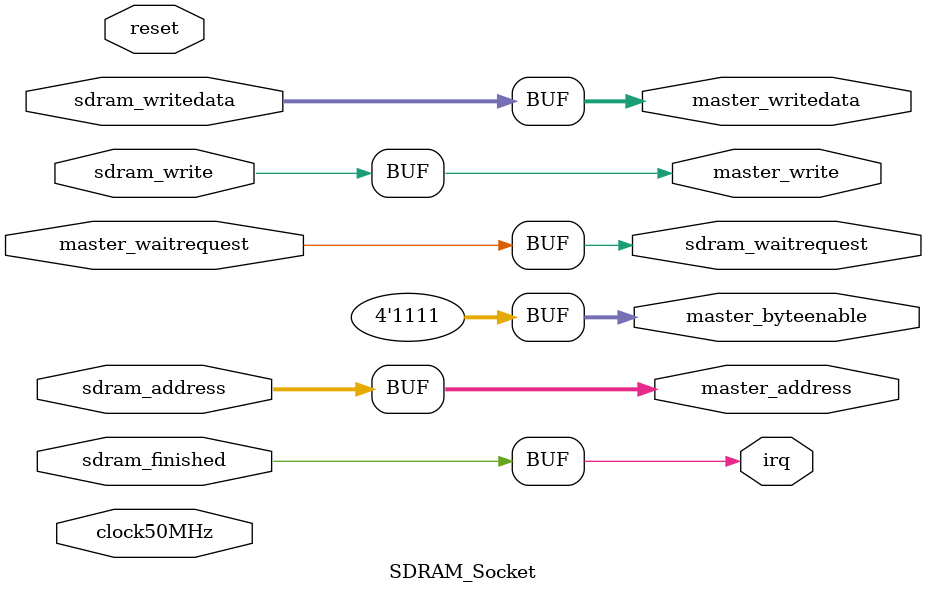
<source format=v>
module SDRAM_Socket(
    clock50MHz,
    reset,
    master_address,
    master_byteenable,
    master_write,
    master_writedata,
	master_waitrequest,
    irq,
    sdram_address,
    sdram_write,
    sdram_writedata,
    sdram_waitrequest,
    sdram_finished
);

// クロック、リセット
input wire clock50MHz;
input wire reset;
// Avalon-MM master用信号
output wire [ADDRESSWIDTH-1:0] master_address;
output wire [BYTEENABLEWIDTH-1:0] master_byteenable;
output wire master_write;
output wire [DATAWIDTH-1:0] master_writedata;
input wire  master_waitrequest;

// データ書込完了IRQフラグ
output wire irq;

// SDRAM書き込み制御用
input wire [ADDRESSWIDTH-1:0] sdram_address;
input wire sdram_write;
input wire [DATAWIDTH-1:0] sdram_writedata;
output wire sdram_waitrequest;
input wire sdram_finished;

// 定数
parameter DATAWIDTH = 32;
parameter BYTEENABLEWIDTH = 4;
parameter ADDRESSWIDTH = 32;

// データの紐付け
assign master_byteenable = -1;  // all ones, always performing word size accesses
assign master_write = sdram_write;
assign master_writedata = sdram_writedata;
assign master_address = sdram_address;
assign sdram_waitrequest = master_waitrequest;
assign irq = sdram_finished;

endmodule

</source>
